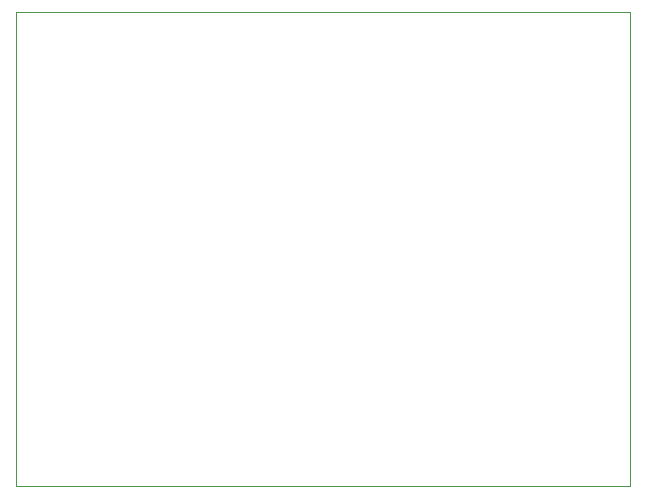
<source format=gbr>
%TF.GenerationSoftware,KiCad,Pcbnew,7.0.1*%
%TF.CreationDate,2023-04-10T02:20:08+01:00*%
%TF.SameCoordinates,Original*%
%TF.FileFunction,Profile,NP*%
%FSLAX46Y46*%
G04 Gerber Fmt 4.6, Leading zero omitted, Abs format (unit mm)*
G04 Created by KiCad (PCBNEW 7.0.1) date 2023-04-10 02:20:08*
%MOMM*%
%LPD*%
G01*
G04 APERTURE LIST*
%TA.AperFunction,Profile*%
%ADD10C,0.100000*%
%TD*%
G04 APERTURE END LIST*
D10*
X108900000Y-56220000D02*
X160880000Y-56220000D01*
X160880000Y-96310000D01*
X108900000Y-96310000D01*
X108900000Y-56220000D01*
M02*

</source>
